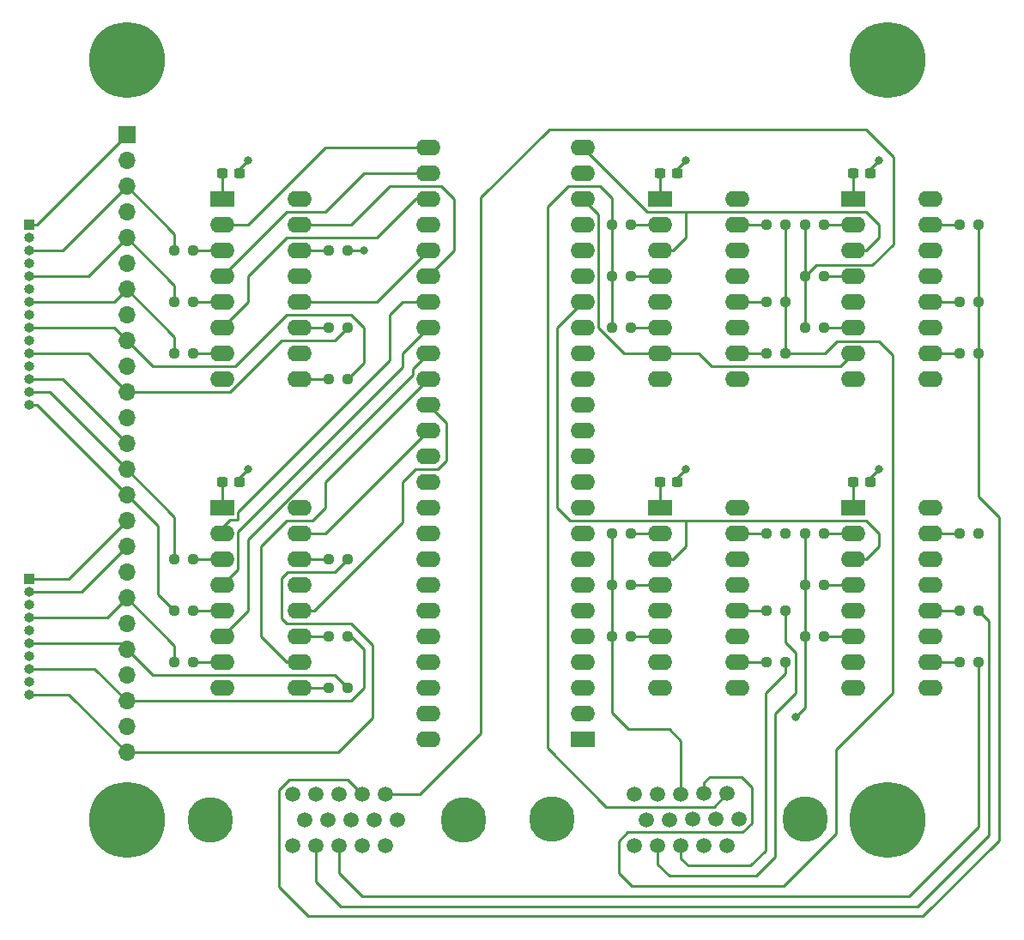
<source format=gtl>
%TF.GenerationSoftware,KiCad,Pcbnew,6.0.9+dfsg-1*%
%TF.CreationDate,2022-12-20T22:45:32+00:00*%
%TF.ProjectId,HP_54542C_Display_Adapter,48505f35-3435-4343-9243-5f446973706c,1*%
%TF.SameCoordinates,Original*%
%TF.FileFunction,Copper,L1,Top*%
%TF.FilePolarity,Positive*%
%FSLAX46Y46*%
G04 Gerber Fmt 4.6, Leading zero omitted, Abs format (unit mm)*
G04 Created by KiCad (PCBNEW 6.0.9+dfsg-1) date 2022-12-20 22:45:32*
%MOMM*%
%LPD*%
G01*
G04 APERTURE LIST*
G04 Aperture macros list*
%AMRoundRect*
0 Rectangle with rounded corners*
0 $1 Rounding radius*
0 $2 $3 $4 $5 $6 $7 $8 $9 X,Y pos of 4 corners*
0 Add a 4 corners polygon primitive as box body*
4,1,4,$2,$3,$4,$5,$6,$7,$8,$9,$2,$3,0*
0 Add four circle primitives for the rounded corners*
1,1,$1+$1,$2,$3*
1,1,$1+$1,$4,$5*
1,1,$1+$1,$6,$7*
1,1,$1+$1,$8,$9*
0 Add four rect primitives between the rounded corners*
20,1,$1+$1,$2,$3,$4,$5,0*
20,1,$1+$1,$4,$5,$6,$7,0*
20,1,$1+$1,$6,$7,$8,$9,0*
20,1,$1+$1,$8,$9,$2,$3,0*%
G04 Aperture macros list end*
%TA.AperFunction,ComponentPad*%
%ADD10C,4.500000*%
%TD*%
%TA.AperFunction,ComponentPad*%
%ADD11C,1.500000*%
%TD*%
%TA.AperFunction,SMDPad,CuDef*%
%ADD12RoundRect,0.237500X-0.250000X-0.237500X0.250000X-0.237500X0.250000X0.237500X-0.250000X0.237500X0*%
%TD*%
%TA.AperFunction,SMDPad,CuDef*%
%ADD13RoundRect,0.237500X0.250000X0.237500X-0.250000X0.237500X-0.250000X-0.237500X0.250000X-0.237500X0*%
%TD*%
%TA.AperFunction,SMDPad,CuDef*%
%ADD14RoundRect,0.237500X0.300000X0.237500X-0.300000X0.237500X-0.300000X-0.237500X0.300000X-0.237500X0*%
%TD*%
%TA.AperFunction,ComponentPad*%
%ADD15R,2.400000X1.600000*%
%TD*%
%TA.AperFunction,ComponentPad*%
%ADD16O,2.400000X1.600000*%
%TD*%
%TA.AperFunction,ComponentPad*%
%ADD17R,1.700000X1.700000*%
%TD*%
%TA.AperFunction,ComponentPad*%
%ADD18O,1.700000X1.700000*%
%TD*%
%TA.AperFunction,ComponentPad*%
%ADD19R,1.000000X1.000000*%
%TD*%
%TA.AperFunction,ComponentPad*%
%ADD20O,1.000000X1.000000*%
%TD*%
%TA.AperFunction,ComponentPad*%
%ADD21C,7.500000*%
%TD*%
%TA.AperFunction,ViaPad*%
%ADD22C,0.800000*%
%TD*%
%TA.AperFunction,Conductor*%
%ADD23C,0.250000*%
%TD*%
G04 APERTURE END LIST*
D10*
%TO.P,J5,*%
%TO.N,*%
X145695166Y-137481254D03*
X120705166Y-137454731D03*
D11*
%TO.P,J5,1*%
%TO.N,/vga_red_2*%
X138041500Y-134945337D03*
%TO.P,J5,2*%
%TO.N,/vga_green_2*%
X135751500Y-134945337D03*
%TO.P,J5,3*%
%TO.N,/vga_blue_2*%
X133461500Y-134960000D03*
%TO.P,J5,4*%
%TO.N,unconnected-(J5-Pad4)*%
X131171500Y-134960000D03*
%TO.P,J5,5*%
%TO.N,GND*%
X128881500Y-134960000D03*
%TO.P,J5,6*%
X139186500Y-137447244D03*
%TO.P,J5,7*%
X136896500Y-137462593D03*
%TO.P,J5,8*%
X134606500Y-137477943D03*
%TO.P,J5,9*%
%TO.N,unconnected-(J5-Pad9)*%
X132316500Y-137493292D03*
%TO.P,J5,10*%
%TO.N,GND*%
X130026500Y-137500000D03*
%TO.P,J5,11*%
%TO.N,unconnected-(J5-Pad11)*%
X138030166Y-140040000D03*
%TO.P,J5,12*%
%TO.N,unconnected-(J5-Pad12)*%
X135740166Y-140040000D03*
%TO.P,J5,13*%
%TO.N,/vga_hsync_2*%
X133450166Y-140040000D03*
%TO.P,J5,14*%
%TO.N,/vga_vsync_2*%
X131160166Y-140040000D03*
%TO.P,J5,15*%
%TO.N,unconnected-(J5-Pad15)*%
X128881500Y-140040000D03*
%TD*%
D10*
%TO.P,J4,*%
%TO.N,*%
X179395166Y-137431254D03*
X154405166Y-137404731D03*
D11*
%TO.P,J4,1*%
%TO.N,/vga_red_1*%
X171741500Y-134895337D03*
%TO.P,J4,2*%
%TO.N,/vga_green_1*%
X169451500Y-134895337D03*
%TO.P,J4,3*%
%TO.N,/vga_blue_1*%
X167161500Y-134910000D03*
%TO.P,J4,4*%
%TO.N,unconnected-(J4-Pad4)*%
X164871500Y-134910000D03*
%TO.P,J4,5*%
%TO.N,GND*%
X162581500Y-134910000D03*
%TO.P,J4,6*%
X172886500Y-137397244D03*
%TO.P,J4,7*%
X170596500Y-137412593D03*
%TO.P,J4,8*%
X168306500Y-137427943D03*
%TO.P,J4,9*%
%TO.N,unconnected-(J4-Pad9)*%
X166016500Y-137443292D03*
%TO.P,J4,10*%
%TO.N,GND*%
X163726500Y-137450000D03*
%TO.P,J4,11*%
%TO.N,unconnected-(J4-Pad11)*%
X171730166Y-139990000D03*
%TO.P,J4,12*%
%TO.N,unconnected-(J4-Pad12)*%
X169440166Y-139990000D03*
%TO.P,J4,13*%
%TO.N,/vga_hsync_1*%
X167150166Y-139990000D03*
%TO.P,J4,14*%
%TO.N,/vga_vsync_1*%
X164860166Y-139990000D03*
%TO.P,J4,15*%
%TO.N,unconnected-(J4-Pad15)*%
X162581500Y-139990000D03*
%TD*%
D12*
%TO.P,R36,1*%
%TO.N,Net-(R36-Pad1)*%
X194667500Y-109220000D03*
%TO.P,R36,2*%
%TO.N,unconnected-(R36-Pad2)*%
X196492500Y-109220000D03*
%TD*%
%TO.P,R35,1*%
%TO.N,Net-(R35-Pad1)*%
X194667500Y-116840000D03*
%TO.P,R35,2*%
%TO.N,/vga_vsync_2*%
X196492500Y-116840000D03*
%TD*%
%TO.P,R34,1*%
%TO.N,Net-(R34-Pad1)*%
X194667500Y-121920000D03*
%TO.P,R34,2*%
%TO.N,/vga_hsync_2*%
X196492500Y-121920000D03*
%TD*%
D13*
%TO.P,R33,1*%
%TO.N,Net-(R33-Pad1)*%
X181252500Y-119380000D03*
%TO.P,R33,2*%
%TO.N,/vga_blue_2*%
X179427500Y-119380000D03*
%TD*%
%TO.P,R32,1*%
%TO.N,Net-(R32-Pad1)*%
X181252500Y-114300000D03*
%TO.P,R32,2*%
%TO.N,/vga_blue_2*%
X179427500Y-114300000D03*
%TD*%
%TO.P,R31,1*%
%TO.N,Net-(R31-Pad1)*%
X181252500Y-109220000D03*
%TO.P,R31,2*%
%TO.N,/vga_blue_2*%
X179427500Y-109220000D03*
%TD*%
D12*
%TO.P,R30,1*%
%TO.N,Net-(R30-Pad1)*%
X175617500Y-109220000D03*
%TO.P,R30,2*%
%TO.N,unconnected-(R30-Pad2)*%
X177442500Y-109220000D03*
%TD*%
%TO.P,R29,1*%
%TO.N,Net-(R29-Pad1)*%
X175617500Y-116840000D03*
%TO.P,R29,2*%
%TO.N,/vga_vsync_1*%
X177442500Y-116840000D03*
%TD*%
%TO.P,R28,1*%
%TO.N,Net-(R28-Pad1)*%
X175617500Y-121920000D03*
%TO.P,R28,2*%
%TO.N,/vga_hsync_1*%
X177442500Y-121920000D03*
%TD*%
D13*
%TO.P,R27,1*%
%TO.N,Net-(R27-Pad1)*%
X162202500Y-119380000D03*
%TO.P,R27,2*%
%TO.N,/vga_blue_1*%
X160377500Y-119380000D03*
%TD*%
%TO.P,R26,1*%
%TO.N,Net-(R26-Pad1)*%
X162202500Y-114300000D03*
%TO.P,R26,2*%
%TO.N,/vga_blue_1*%
X160377500Y-114300000D03*
%TD*%
%TO.P,R25,1*%
%TO.N,Net-(R25-Pad1)*%
X162202500Y-109220000D03*
%TO.P,R25,2*%
%TO.N,/vga_blue_1*%
X160377500Y-109220000D03*
%TD*%
D12*
%TO.P,R24,1*%
%TO.N,Net-(R24-Pad1)*%
X194667500Y-78740000D03*
%TO.P,R24,2*%
%TO.N,/vga_green_2*%
X196492500Y-78740000D03*
%TD*%
%TO.P,R23,1*%
%TO.N,Net-(R23-Pad1)*%
X194667500Y-86360000D03*
%TO.P,R23,2*%
%TO.N,/vga_green_2*%
X196492500Y-86360000D03*
%TD*%
%TO.P,R22,1*%
%TO.N,Net-(R22-Pad1)*%
X194667500Y-91440000D03*
%TO.P,R22,2*%
%TO.N,/vga_green_2*%
X196492500Y-91440000D03*
%TD*%
D13*
%TO.P,R21,1*%
%TO.N,Net-(R21-Pad1)*%
X181252500Y-88900000D03*
%TO.P,R21,2*%
%TO.N,/vga_red_2*%
X179427500Y-88900000D03*
%TD*%
%TO.P,R20,1*%
%TO.N,Net-(R20-Pad1)*%
X181252500Y-83820000D03*
%TO.P,R20,2*%
%TO.N,/vga_red_2*%
X179427500Y-83820000D03*
%TD*%
%TO.P,R19,1*%
%TO.N,Net-(R19-Pad1)*%
X181252500Y-78740000D03*
%TO.P,R19,2*%
%TO.N,/vga_red_2*%
X179427500Y-78740000D03*
%TD*%
D12*
%TO.P,R18,1*%
%TO.N,Net-(R18-Pad1)*%
X175617500Y-78740000D03*
%TO.P,R18,2*%
%TO.N,/vga_green_1*%
X177442500Y-78740000D03*
%TD*%
%TO.P,R17,1*%
%TO.N,Net-(R17-Pad1)*%
X175617500Y-86360000D03*
%TO.P,R17,2*%
%TO.N,/vga_green_1*%
X177442500Y-86360000D03*
%TD*%
%TO.P,R16,1*%
%TO.N,Net-(R16-Pad1)*%
X175617500Y-91440000D03*
%TO.P,R16,2*%
%TO.N,/vga_green_1*%
X177442500Y-91440000D03*
%TD*%
D13*
%TO.P,R15,1*%
%TO.N,Net-(R15-Pad1)*%
X162202500Y-88900000D03*
%TO.P,R15,2*%
%TO.N,/vga_red_1*%
X160377500Y-88900000D03*
%TD*%
%TO.P,R14,1*%
%TO.N,Net-(R14-Pad1)*%
X162202500Y-83820000D03*
%TO.P,R14,2*%
%TO.N,/vga_red_1*%
X160377500Y-83820000D03*
%TD*%
%TO.P,R13,1*%
%TO.N,Net-(R13-Pad1)*%
X162202500Y-78740000D03*
%TO.P,R13,2*%
%TO.N,/vga_red_1*%
X160377500Y-78740000D03*
%TD*%
%TO.P,R12,1*%
%TO.N,/in_25*%
X134262500Y-111760000D03*
%TO.P,R12,2*%
%TO.N,Net-(R12-Pad2)*%
X132437500Y-111760000D03*
%TD*%
%TO.P,R11,1*%
%TO.N,/in_23*%
X134262500Y-119380000D03*
%TO.P,R11,2*%
%TO.N,Net-(R11-Pad2)*%
X132437500Y-119380000D03*
%TD*%
%TO.P,R10,1*%
%TO.N,/in_21*%
X134262500Y-124460000D03*
%TO.P,R10,2*%
%TO.N,Net-(R10-Pad2)*%
X132437500Y-124460000D03*
%TD*%
D12*
%TO.P,R9,1*%
%TO.N,/in_19*%
X117197500Y-121920000D03*
%TO.P,R9,2*%
%TO.N,Net-(R9-Pad2)*%
X119022500Y-121920000D03*
%TD*%
%TO.P,R8,1*%
%TO.N,/in_15*%
X117197500Y-116840000D03*
%TO.P,R8,2*%
%TO.N,Net-(R8-Pad2)*%
X119022500Y-116840000D03*
%TD*%
%TO.P,R7,1*%
%TO.N,/in_14*%
X117197500Y-111760000D03*
%TO.P,R7,2*%
%TO.N,Net-(R7-Pad2)*%
X119022500Y-111760000D03*
%TD*%
D13*
%TO.P,R6,1*%
%TO.N,/in_13*%
X134262500Y-81280000D03*
%TO.P,R6,2*%
%TO.N,Net-(R6-Pad2)*%
X132437500Y-81280000D03*
%TD*%
%TO.P,R5,1*%
%TO.N,/in_11*%
X134262500Y-88900000D03*
%TO.P,R5,2*%
%TO.N,Net-(R5-Pad2)*%
X132437500Y-88900000D03*
%TD*%
%TO.P,R4,1*%
%TO.N,/in_09*%
X134262500Y-93980000D03*
%TO.P,R4,2*%
%TO.N,Net-(R4-Pad2)*%
X132437500Y-93980000D03*
%TD*%
D12*
%TO.P,R3,1*%
%TO.N,/in_07*%
X117197500Y-91440000D03*
%TO.P,R3,2*%
%TO.N,Net-(R3-Pad2)*%
X119022500Y-91440000D03*
%TD*%
%TO.P,R2,1*%
%TO.N,/in_05*%
X117197500Y-86360000D03*
%TO.P,R2,2*%
%TO.N,Net-(R2-Pad2)*%
X119022500Y-86360000D03*
%TD*%
%TO.P,R1,1*%
%TO.N,/in_03*%
X117197500Y-81280000D03*
%TO.P,R1,2*%
%TO.N,Net-(R1-Pad2)*%
X119022500Y-81280000D03*
%TD*%
D14*
%TO.P,C7,1*%
%TO.N,GND*%
X185875000Y-104140000D03*
%TO.P,C7,2*%
%TO.N,+5V*%
X184150000Y-104140000D03*
%TD*%
%TO.P,C6,1*%
%TO.N,GND*%
X166825000Y-104140000D03*
%TO.P,C6,2*%
%TO.N,+5V*%
X165100000Y-104140000D03*
%TD*%
%TO.P,C5,1*%
%TO.N,GND*%
X185875000Y-73660000D03*
%TO.P,C5,2*%
%TO.N,+5V*%
X184150000Y-73660000D03*
%TD*%
%TO.P,C4,1*%
%TO.N,GND*%
X166825000Y-73660000D03*
%TO.P,C4,2*%
%TO.N,+5V*%
X165100000Y-73660000D03*
%TD*%
%TO.P,C3,1*%
%TO.N,GND*%
X123645000Y-104140000D03*
%TO.P,C3,2*%
%TO.N,+5V*%
X121920000Y-104140000D03*
%TD*%
%TO.P,C2,1*%
%TO.N,GND*%
X123645000Y-73660000D03*
%TO.P,C2,2*%
%TO.N,+5V*%
X121920000Y-73660000D03*
%TD*%
D15*
%TO.P,U7,1,VDD*%
%TO.N,+5V*%
X184135000Y-106680000D03*
D16*
%TO.P,U7,2,1Y*%
%TO.N,Net-(R31-Pad1)*%
X184135000Y-109220000D03*
%TO.P,U7,3,1A*%
%TO.N,/f_out_b0*%
X184135000Y-111760000D03*
%TO.P,U7,4,2Y*%
%TO.N,Net-(R32-Pad1)*%
X184135000Y-114300000D03*
%TO.P,U7,5,2A*%
%TO.N,/f_out_b1*%
X184135000Y-116840000D03*
%TO.P,U7,6,3Y*%
%TO.N,Net-(R33-Pad1)*%
X184135000Y-119380000D03*
%TO.P,U7,7,3A*%
%TO.N,/f_out_b2*%
X184135000Y-121920000D03*
%TO.P,U7,8,VSS*%
%TO.N,GND*%
X184135000Y-124460000D03*
%TO.P,U7,9,4A*%
%TO.N,/f_out_hsync*%
X191755000Y-124460000D03*
%TO.P,U7,10,4Y*%
%TO.N,Net-(R34-Pad1)*%
X191755000Y-121920000D03*
%TO.P,U7,11,5A*%
%TO.N,/f_out_vsync*%
X191755000Y-119380000D03*
%TO.P,U7,12,5Y*%
%TO.N,Net-(R35-Pad1)*%
X191755000Y-116840000D03*
%TO.P,U7,13,NC*%
%TO.N,unconnected-(U7-Pad13)*%
X191755000Y-114300000D03*
%TO.P,U7,14,6A*%
%TO.N,GND*%
X191755000Y-111760000D03*
%TO.P,U7,15,6Y*%
%TO.N,Net-(R36-Pad1)*%
X191755000Y-109220000D03*
%TO.P,U7,16,NC*%
%TO.N,unconnected-(U7-Pad16)*%
X191755000Y-106680000D03*
%TD*%
D15*
%TO.P,U6,1,VDD*%
%TO.N,+5V*%
X165085000Y-106680000D03*
D16*
%TO.P,U6,2,1Y*%
%TO.N,Net-(R25-Pad1)*%
X165085000Y-109220000D03*
%TO.P,U6,3,1A*%
%TO.N,/f_out_b0*%
X165085000Y-111760000D03*
%TO.P,U6,4,2Y*%
%TO.N,Net-(R26-Pad1)*%
X165085000Y-114300000D03*
%TO.P,U6,5,2A*%
%TO.N,/f_out_b1*%
X165085000Y-116840000D03*
%TO.P,U6,6,3Y*%
%TO.N,Net-(R27-Pad1)*%
X165085000Y-119380000D03*
%TO.P,U6,7,3A*%
%TO.N,/f_out_b2*%
X165085000Y-121920000D03*
%TO.P,U6,8,VSS*%
%TO.N,GND*%
X165085000Y-124460000D03*
%TO.P,U6,9,4A*%
%TO.N,/f_out_hsync*%
X172705000Y-124460000D03*
%TO.P,U6,10,4Y*%
%TO.N,Net-(R28-Pad1)*%
X172705000Y-121920000D03*
%TO.P,U6,11,5A*%
%TO.N,/f_out_vsync*%
X172705000Y-119380000D03*
%TO.P,U6,12,5Y*%
%TO.N,Net-(R29-Pad1)*%
X172705000Y-116840000D03*
%TO.P,U6,13,NC*%
%TO.N,unconnected-(U6-Pad13)*%
X172705000Y-114300000D03*
%TO.P,U6,14,6A*%
%TO.N,GND*%
X172705000Y-111760000D03*
%TO.P,U6,15,6Y*%
%TO.N,Net-(R30-Pad1)*%
X172705000Y-109220000D03*
%TO.P,U6,16,NC*%
%TO.N,unconnected-(U6-Pad16)*%
X172705000Y-106680000D03*
%TD*%
D15*
%TO.P,U5,1,VDD*%
%TO.N,+5V*%
X184120000Y-76215000D03*
D16*
%TO.P,U5,2,1Y*%
%TO.N,Net-(R19-Pad1)*%
X184120000Y-78755000D03*
%TO.P,U5,3,1A*%
%TO.N,/f_out_r0*%
X184120000Y-81295000D03*
%TO.P,U5,4,2Y*%
%TO.N,Net-(R20-Pad1)*%
X184120000Y-83835000D03*
%TO.P,U5,5,2A*%
%TO.N,/f_out_r1*%
X184120000Y-86375000D03*
%TO.P,U5,6,3Y*%
%TO.N,Net-(R21-Pad1)*%
X184120000Y-88915000D03*
%TO.P,U5,7,3A*%
%TO.N,/f_out_r2*%
X184120000Y-91455000D03*
%TO.P,U5,8,VSS*%
%TO.N,GND*%
X184120000Y-93995000D03*
%TO.P,U5,9,4A*%
%TO.N,/f_out_g0*%
X191740000Y-93995000D03*
%TO.P,U5,10,4Y*%
%TO.N,Net-(R22-Pad1)*%
X191740000Y-91455000D03*
%TO.P,U5,11,5A*%
%TO.N,/f_out_g1*%
X191740000Y-88915000D03*
%TO.P,U5,12,5Y*%
%TO.N,Net-(R23-Pad1)*%
X191740000Y-86375000D03*
%TO.P,U5,13,NC*%
%TO.N,unconnected-(U5-Pad13)*%
X191740000Y-83835000D03*
%TO.P,U5,14,6A*%
%TO.N,/f_out_g2*%
X191740000Y-81295000D03*
%TO.P,U5,15,6Y*%
%TO.N,Net-(R24-Pad1)*%
X191740000Y-78755000D03*
%TO.P,U5,16,NC*%
%TO.N,unconnected-(U5-Pad16)*%
X191740000Y-76215000D03*
%TD*%
D15*
%TO.P,U4,1,VDD*%
%TO.N,+5V*%
X165085000Y-76215000D03*
D16*
%TO.P,U4,2,1Y*%
%TO.N,Net-(R13-Pad1)*%
X165085000Y-78755000D03*
%TO.P,U4,3,1A*%
%TO.N,/f_out_r0*%
X165085000Y-81295000D03*
%TO.P,U4,4,2Y*%
%TO.N,Net-(R14-Pad1)*%
X165085000Y-83835000D03*
%TO.P,U4,5,2A*%
%TO.N,/f_out_r1*%
X165085000Y-86375000D03*
%TO.P,U4,6,3Y*%
%TO.N,Net-(R15-Pad1)*%
X165085000Y-88915000D03*
%TO.P,U4,7,3A*%
%TO.N,/f_out_r2*%
X165085000Y-91455000D03*
%TO.P,U4,8,VSS*%
%TO.N,GND*%
X165085000Y-93995000D03*
%TO.P,U4,9,4A*%
%TO.N,/f_out_g0*%
X172705000Y-93995000D03*
%TO.P,U4,10,4Y*%
%TO.N,Net-(R16-Pad1)*%
X172705000Y-91455000D03*
%TO.P,U4,11,5A*%
%TO.N,/f_out_g1*%
X172705000Y-88915000D03*
%TO.P,U4,12,5Y*%
%TO.N,Net-(R17-Pad1)*%
X172705000Y-86375000D03*
%TO.P,U4,13,NC*%
%TO.N,unconnected-(U4-Pad13)*%
X172705000Y-83835000D03*
%TO.P,U4,14,6A*%
%TO.N,/f_out_g2*%
X172705000Y-81295000D03*
%TO.P,U4,15,6Y*%
%TO.N,Net-(R18-Pad1)*%
X172705000Y-78755000D03*
%TO.P,U4,16,NC*%
%TO.N,unconnected-(U4-Pad16)*%
X172705000Y-76215000D03*
%TD*%
D15*
%TO.P,U3,1,VDD*%
%TO.N,+5V*%
X121905000Y-106695000D03*
D16*
%TO.P,U3,2,1Y*%
%TO.N,/f_in_07*%
X121905000Y-109235000D03*
%TO.P,U3,3,1A*%
%TO.N,Net-(R7-Pad2)*%
X121905000Y-111775000D03*
%TO.P,U3,4,2Y*%
%TO.N,/f_in_08*%
X121905000Y-114315000D03*
%TO.P,U3,5,2A*%
%TO.N,Net-(R8-Pad2)*%
X121905000Y-116855000D03*
%TO.P,U3,6,3Y*%
%TO.N,/f_in_09*%
X121905000Y-119395000D03*
%TO.P,U3,7,3A*%
%TO.N,Net-(R9-Pad2)*%
X121905000Y-121935000D03*
%TO.P,U3,8,VSS*%
%TO.N,GND*%
X121905000Y-124475000D03*
%TO.P,U3,9,4A*%
%TO.N,Net-(R10-Pad2)*%
X129525000Y-124475000D03*
%TO.P,U3,10,4Y*%
%TO.N,/f_in_10*%
X129525000Y-121935000D03*
%TO.P,U3,11,5A*%
%TO.N,Net-(R11-Pad2)*%
X129525000Y-119395000D03*
%TO.P,U3,12,5Y*%
%TO.N,/f_in_11*%
X129525000Y-116855000D03*
%TO.P,U3,13,NC*%
%TO.N,unconnected-(U3-Pad13)*%
X129525000Y-114315000D03*
%TO.P,U3,14,6A*%
%TO.N,Net-(R12-Pad2)*%
X129525000Y-111775000D03*
%TO.P,U3,15,6Y*%
%TO.N,/f_in_12*%
X129525000Y-109235000D03*
%TO.P,U3,16,NC*%
%TO.N,unconnected-(U3-Pad16)*%
X129525000Y-106695000D03*
%TD*%
D15*
%TO.P,U2,1,VDD*%
%TO.N,+5V*%
X121920000Y-76200000D03*
D16*
%TO.P,U2,2,1Y*%
%TO.N,/f_in_01*%
X121920000Y-78740000D03*
%TO.P,U2,3,1A*%
%TO.N,Net-(R1-Pad2)*%
X121920000Y-81280000D03*
%TO.P,U2,4,2Y*%
%TO.N,/f_in_02*%
X121920000Y-83820000D03*
%TO.P,U2,5,2A*%
%TO.N,Net-(R2-Pad2)*%
X121920000Y-86360000D03*
%TO.P,U2,6,3Y*%
%TO.N,/f_in_03*%
X121920000Y-88900000D03*
%TO.P,U2,7,3A*%
%TO.N,Net-(R3-Pad2)*%
X121920000Y-91440000D03*
%TO.P,U2,8,VSS*%
%TO.N,GND*%
X121920000Y-93980000D03*
%TO.P,U2,9,4A*%
%TO.N,Net-(R4-Pad2)*%
X129540000Y-93980000D03*
%TO.P,U2,10,4Y*%
%TO.N,/f_in_04*%
X129540000Y-91440000D03*
%TO.P,U2,11,5A*%
%TO.N,Net-(R5-Pad2)*%
X129540000Y-88900000D03*
%TO.P,U2,12,5Y*%
%TO.N,/f_in_05*%
X129540000Y-86360000D03*
%TO.P,U2,13,NC*%
%TO.N,unconnected-(U2-Pad13)*%
X129540000Y-83820000D03*
%TO.P,U2,14,6A*%
%TO.N,Net-(R6-Pad2)*%
X129540000Y-81280000D03*
%TO.P,U2,15,6Y*%
%TO.N,/f_in_06*%
X129540000Y-78740000D03*
%TO.P,U2,16,NC*%
%TO.N,unconnected-(U2-Pad16)*%
X129540000Y-76200000D03*
%TD*%
D17*
%TO.P,J3,1,Pin_1*%
%TO.N,/in_01*%
X112500000Y-69850000D03*
D18*
%TO.P,J3,2,Pin_2*%
%TO.N,GND*%
X112500000Y-72390000D03*
%TO.P,J3,3,Pin_3*%
%TO.N,/in_03*%
X112500000Y-74930000D03*
%TO.P,J3,4,Pin_4*%
%TO.N,GND*%
X112500000Y-77470000D03*
%TO.P,J3,5,Pin_5*%
%TO.N,/in_05*%
X112500000Y-80010000D03*
%TO.P,J3,6,Pin_6*%
%TO.N,GND*%
X112500000Y-82550000D03*
%TO.P,J3,7,Pin_7*%
%TO.N,/in_07*%
X112500000Y-85090000D03*
%TO.P,J3,8,Pin_8*%
%TO.N,GND*%
X112500000Y-87630000D03*
%TO.P,J3,9,Pin_9*%
%TO.N,/in_09*%
X112500000Y-90170000D03*
%TO.P,J3,10,Pin_10*%
%TO.N,GND*%
X112500000Y-92710000D03*
%TO.P,J3,11,Pin_11*%
%TO.N,/in_11*%
X112500000Y-95250000D03*
%TO.P,J3,12,Pin_12*%
%TO.N,GND*%
X112500000Y-97790000D03*
%TO.P,J3,13,Pin_13*%
%TO.N,/in_13*%
X112500000Y-100330000D03*
%TO.P,J3,14,Pin_14*%
%TO.N,/in_14*%
X112500000Y-102870000D03*
%TO.P,J3,15,Pin_15*%
%TO.N,/in_15*%
X112500000Y-105410000D03*
%TO.P,J3,16,Pin_16*%
%TO.N,+5V*%
X112500000Y-107950000D03*
%TO.P,J3,17,Pin_17*%
X112500000Y-110490000D03*
%TO.P,J3,18,Pin_18*%
%TO.N,GND*%
X112500000Y-113030000D03*
%TO.P,J3,19,Pin_19*%
%TO.N,/in_19*%
X112500000Y-115570000D03*
%TO.P,J3,20,Pin_20*%
%TO.N,GND*%
X112500000Y-118110000D03*
%TO.P,J3,21,Pin_21*%
%TO.N,/in_21*%
X112500000Y-120650000D03*
%TO.P,J3,22,Pin_22*%
%TO.N,GND*%
X112500000Y-123190000D03*
%TO.P,J3,23,Pin_23*%
%TO.N,/in_23*%
X112500000Y-125730000D03*
%TO.P,J3,24,Pin_24*%
%TO.N,GND*%
X112500000Y-128270000D03*
%TO.P,J3,25,Pin_25*%
%TO.N,/in_25*%
X112500000Y-130810000D03*
%TD*%
D19*
%TO.P,J2,1,Pin_1*%
%TO.N,+5V*%
X102895000Y-113680000D03*
D20*
%TO.P,J2,2,Pin_2*%
X102895000Y-114950000D03*
%TO.P,J2,3,Pin_3*%
%TO.N,GND*%
X102895000Y-116220000D03*
%TO.P,J2,4,Pin_4*%
%TO.N,/in_19*%
X102895000Y-117490000D03*
%TO.P,J2,5,Pin_5*%
%TO.N,GND*%
X102895000Y-118760000D03*
%TO.P,J2,6,Pin_6*%
%TO.N,/in_21*%
X102895000Y-120030000D03*
%TO.P,J2,7,Pin_7*%
%TO.N,GND*%
X102895000Y-121300000D03*
%TO.P,J2,8,Pin_8*%
%TO.N,/in_23*%
X102895000Y-122570000D03*
%TO.P,J2,9,Pin_9*%
%TO.N,GND*%
X102895000Y-123840000D03*
%TO.P,J2,10,Pin_10*%
%TO.N,/in_25*%
X102895000Y-125110000D03*
%TD*%
D21*
%TO.P,H3,1*%
%TO.N,N/C*%
X187500000Y-137500000D03*
%TD*%
%TO.P,H2,1*%
%TO.N,N/C*%
X187500000Y-62500000D03*
%TD*%
D19*
%TO.P,J1,1,Pin_1*%
%TO.N,/in_01*%
X102895000Y-78755000D03*
D20*
%TO.P,J1,2,Pin_2*%
%TO.N,GND*%
X102895000Y-80025000D03*
%TO.P,J1,3,Pin_3*%
%TO.N,/in_03*%
X102895000Y-81295000D03*
%TO.P,J1,4,Pin_4*%
%TO.N,GND*%
X102895000Y-82565000D03*
%TO.P,J1,5,Pin_5*%
%TO.N,/in_05*%
X102895000Y-83835000D03*
%TO.P,J1,6,Pin_6*%
%TO.N,GND*%
X102895000Y-85105000D03*
%TO.P,J1,7,Pin_7*%
%TO.N,/in_07*%
X102895000Y-86375000D03*
%TO.P,J1,8,Pin_8*%
%TO.N,GND*%
X102895000Y-87645000D03*
%TO.P,J1,9,Pin_9*%
%TO.N,/in_09*%
X102895000Y-88915000D03*
%TO.P,J1,10,Pin_10*%
%TO.N,GND*%
X102895000Y-90185000D03*
%TO.P,J1,11,Pin_11*%
%TO.N,/in_11*%
X102895000Y-91455000D03*
%TO.P,J1,12,Pin_12*%
%TO.N,GND*%
X102895000Y-92725000D03*
%TO.P,J1,13,Pin_13*%
%TO.N,/in_13*%
X102895000Y-93995000D03*
%TO.P,J1,14,Pin_14*%
%TO.N,/in_14*%
X102895000Y-95265000D03*
%TO.P,J1,15,Pin_15*%
%TO.N,/in_15*%
X102895000Y-96535000D03*
%TD*%
D15*
%TO.P,U1,1,GND*%
%TO.N,GND*%
X157480000Y-129540000D03*
D16*
%TO.P,U1,2,VIO*%
%TO.N,unconnected-(U1-Pad2)*%
X157480000Y-127000000D03*
%TO.P,U1,3,RST*%
%TO.N,unconnected-(U1-Pad3)*%
X157480000Y-124460000D03*
%TO.P,U1,4,DONE*%
%TO.N,unconnected-(U1-Pad4)*%
X157480000Y-121920000D03*
%TO.P,U1,5,R*%
%TO.N,unconnected-(U1-Pad5)*%
X157480000Y-119380000D03*
%TO.P,U1,6,G*%
%TO.N,unconnected-(U1-Pad6)*%
X157480000Y-116840000D03*
%TO.P,U1,7,B*%
%TO.N,unconnected-(U1-Pad7)*%
X157480000Y-114300000D03*
%TO.P,U1,8,5V*%
%TO.N,+5V*%
X157480000Y-111760000D03*
%TO.P,U1,9,3V3*%
%TO.N,unconnected-(U1-Pad9)*%
X157480000Y-109220000D03*
%TO.P,U1,10,GND*%
%TO.N,GND*%
X157480000Y-106680000D03*
%TO.P,U1,11,23*%
%TO.N,unconnected-(U1-Pad11)*%
X157480000Y-104140000D03*
%TO.P,U1,12,25*%
%TO.N,unconnected-(U1-Pad12)*%
X157480000Y-101600000D03*
%TO.P,U1,13,26*%
%TO.N,unconnected-(U1-Pad13)*%
X157480000Y-99060000D03*
%TO.P,U1,14,27*%
%TO.N,/f_out_vsync*%
X157480000Y-96520000D03*
%TO.P,U1,15,32*%
%TO.N,/f_out_hsync*%
X157480000Y-93980000D03*
%TO.P,U1,16,35*%
%TO.N,/f_out_b2*%
X157480000Y-91440000D03*
%TO.P,U1,17,31*%
%TO.N,/f_out_b1*%
X157480000Y-88900000D03*
%TO.P,U1,18,37*%
%TO.N,/f_out_b0*%
X157480000Y-86360000D03*
%TO.P,U1,19,34*%
%TO.N,/f_out_g2*%
X157480000Y-83820000D03*
%TO.P,U1,20,43*%
%TO.N,/f_out_g1*%
X157480000Y-81280000D03*
%TO.P,U1,21,36*%
%TO.N,/f_out_g0*%
X157480000Y-78740000D03*
%TO.P,U1,22,42*%
%TO.N,/f_out_r2*%
X157480000Y-76200000D03*
%TO.P,U1,23,38*%
%TO.N,/f_out_r1*%
X157480000Y-73660000D03*
%TO.P,U1,24,28*%
%TO.N,/f_out_r0*%
X157480000Y-71120000D03*
%TO.P,U1,25,2*%
%TO.N,/f_in_01*%
X142240000Y-71120000D03*
%TO.P,U1,26,46*%
%TO.N,/f_in_02*%
X142240000Y-73660000D03*
%TO.P,U1,27,47*%
%TO.N,/f_in_03*%
X142240000Y-76200000D03*
%TO.P,U1,28,45*%
%TO.N,/f_in_04*%
X142240000Y-78740000D03*
%TO.P,U1,29,48*%
%TO.N,/f_in_05*%
X142240000Y-81280000D03*
%TO.P,U1,30,3*%
%TO.N,/f_in_06*%
X142240000Y-83820000D03*
%TO.P,U1,31,4*%
%TO.N,/f_in_07*%
X142240000Y-86360000D03*
%TO.P,U1,32,44*%
%TO.N,/f_in_08*%
X142240000Y-88900000D03*
%TO.P,U1,33,6*%
%TO.N,/f_in_09*%
X142240000Y-91440000D03*
%TO.P,U1,34,9*%
%TO.N,/f_in_10*%
X142240000Y-93980000D03*
%TO.P,U1,35,11*%
%TO.N,/f_in_11*%
X142240000Y-96520000D03*
%TO.P,U1,36,18*%
%TO.N,/f_in_12*%
X142240000Y-99060000D03*
%TO.P,U1,37,19*%
%TO.N,unconnected-(U1-Pad37)*%
X142240000Y-101600000D03*
%TO.P,U1,38,13*%
%TO.N,unconnected-(U1-Pad38)*%
X142240000Y-104140000D03*
%TO.P,U1,39,21*%
%TO.N,unconnected-(U1-Pad39)*%
X142240000Y-106680000D03*
%TO.P,U1,40*%
%TO.N,unconnected-(U1-Pad40)*%
X142240000Y-109220000D03*
%TO.P,U1,41*%
%TO.N,unconnected-(U1-Pad41)*%
X142240000Y-111760000D03*
%TO.P,U1,42,12M*%
%TO.N,unconnected-(U1-Pad42)*%
X142240000Y-114300000D03*
%TO.P,U1,43,10*%
%TO.N,unconnected-(U1-Pad43)*%
X142240000Y-116840000D03*
%TO.P,U1,44,20*%
%TO.N,unconnected-(U1-Pad44)*%
X142240000Y-119380000D03*
%TO.P,U1,45,SO*%
%TO.N,unconnected-(U1-Pad45)*%
X142240000Y-121920000D03*
%TO.P,U1,46,SI*%
%TO.N,unconnected-(U1-Pad46)*%
X142240000Y-124460000D03*
%TO.P,U1,47,SCK*%
%TO.N,unconnected-(U1-Pad47)*%
X142240000Y-127000000D03*
%TO.P,U1,48,SS*%
%TO.N,unconnected-(U1-Pad48)*%
X142240000Y-129540000D03*
%TD*%
D21*
%TO.P,H1,1*%
%TO.N,N/C*%
X112500000Y-62500000D03*
%TD*%
%TO.P,H4,1*%
%TO.N,N/C*%
X112500000Y-137500000D03*
%TD*%
D22*
%TO.N,/vga_blue_2*%
X178500000Y-127300000D03*
%TO.N,/in_13*%
X135890000Y-81280000D03*
%TO.N,GND*%
X186690000Y-102870000D03*
X167640000Y-102870000D03*
X186690000Y-72390000D03*
X167640000Y-72390000D03*
X124460000Y-102870000D03*
X124460000Y-72390000D03*
%TD*%
D23*
%TO.N,/vga_vsync_1*%
X177442500Y-116840000D02*
X177442500Y-119942500D01*
X177442500Y-119942500D02*
X178500000Y-121000000D01*
X174550000Y-143000000D02*
X166000000Y-143000000D01*
X166000000Y-143000000D02*
X164860166Y-141860166D01*
X178500000Y-121000000D02*
X178500000Y-124950000D01*
X176450000Y-141100000D02*
X174550000Y-143000000D01*
X178500000Y-124950000D02*
X176450000Y-127000000D01*
X176450000Y-127000000D02*
X176450000Y-141100000D01*
X164860166Y-141860166D02*
X164860166Y-139990000D01*
%TO.N,/vga_green_1*%
X161900000Y-138700000D02*
X173250000Y-138700000D01*
X161000000Y-139600000D02*
X161900000Y-138700000D01*
X182450000Y-138800000D02*
X177250000Y-144000000D01*
X177250000Y-144000000D02*
X162300000Y-144000000D01*
X182450000Y-130550000D02*
X182450000Y-138800000D01*
X161000000Y-142700000D02*
X161000000Y-139600000D01*
X186700000Y-90250000D02*
X188050000Y-91600000D01*
X188050000Y-124950000D02*
X182450000Y-130550000D01*
X188050000Y-91600000D02*
X188050000Y-124950000D01*
X169451500Y-133798500D02*
X169451500Y-134895337D01*
X182550000Y-90250000D02*
X186700000Y-90250000D01*
X181360000Y-91440000D02*
X182550000Y-90250000D01*
X162300000Y-144000000D02*
X161000000Y-142700000D01*
X174150000Y-134250000D02*
X173150000Y-133250000D01*
X177442500Y-91440000D02*
X181360000Y-91440000D01*
X173250000Y-138700000D02*
X174150000Y-137800000D01*
X174150000Y-137800000D02*
X174150000Y-134250000D01*
X173150000Y-133250000D02*
X170000000Y-133250000D01*
X170000000Y-133250000D02*
X169451500Y-133798500D01*
%TO.N,/vga_red_1*%
X171741500Y-134895337D02*
X170436837Y-136200000D01*
X160377500Y-76127500D02*
X160377500Y-78740000D01*
X170436837Y-136200000D02*
X159800000Y-136200000D01*
X159800000Y-136200000D02*
X154000000Y-130400000D01*
X154000000Y-130400000D02*
X154000000Y-76950000D01*
X154000000Y-76950000D02*
X156050000Y-74900000D01*
X156050000Y-74900000D02*
X159150000Y-74900000D01*
X159150000Y-74900000D02*
X160377500Y-76127500D01*
%TO.N,/f_in_11*%
X129525000Y-116855000D02*
X130975000Y-116855000D01*
X130975000Y-116855000D02*
X139700000Y-108130000D01*
X139700000Y-108130000D02*
X139700000Y-104140000D01*
X139700000Y-104140000D02*
X140970000Y-102870000D01*
X140970000Y-102870000D02*
X143130000Y-102870000D01*
X144000000Y-102000000D02*
X144000000Y-98280000D01*
X143130000Y-102870000D02*
X144000000Y-102000000D01*
X144000000Y-98280000D02*
X142240000Y-96520000D01*
%TO.N,/in_25*%
X112500000Y-130810000D02*
X133350000Y-130810000D01*
X127750000Y-113625000D02*
X128345000Y-113030000D01*
X128345000Y-113030000D02*
X132992500Y-113030000D01*
X132992500Y-113030000D02*
X134262500Y-111760000D01*
X133350000Y-130810000D02*
X136750000Y-127410000D01*
X136750000Y-127410000D02*
X136750000Y-120240000D01*
X136750000Y-120240000D02*
X134620000Y-118110000D01*
X134620000Y-118110000D02*
X128252253Y-118110000D01*
X128252253Y-118110000D02*
X127750000Y-117607747D01*
X127750000Y-117607747D02*
X127750000Y-113625000D01*
%TO.N,/vga_blue_1*%
X162000000Y-128500000D02*
X166000000Y-128500000D01*
X160377500Y-119380000D02*
X160377500Y-126877500D01*
X160377500Y-126877500D02*
X162000000Y-128500000D01*
X166000000Y-128500000D02*
X167161500Y-129661500D01*
X167161500Y-129661500D02*
X167161500Y-134910000D01*
%TO.N,/f_in_09*%
X121905000Y-119395000D02*
X124460000Y-116840000D01*
X124460000Y-116840000D02*
X124460000Y-109769010D01*
X124460000Y-109769010D02*
X140715000Y-93514010D01*
X140715000Y-93514010D02*
X140715000Y-92965000D01*
X140715000Y-92965000D02*
X142240000Y-91440000D01*
%TO.N,/f_in_08*%
X121905000Y-114315000D02*
X123430000Y-112790000D01*
X123430000Y-112790000D02*
X123430000Y-109025000D01*
X123430000Y-109025000D02*
X139700000Y-92755000D01*
X139700000Y-91440000D02*
X142240000Y-88900000D01*
X139700000Y-92755000D02*
X139700000Y-91440000D01*
%TO.N,/f_in_07*%
X121905000Y-109235000D02*
X121905000Y-108595000D01*
X121905000Y-108595000D02*
X122680000Y-107820000D01*
X138430000Y-87630000D02*
X139700000Y-86360000D01*
X122680000Y-107820000D02*
X123430000Y-107820000D01*
X123430000Y-107070000D02*
X138430000Y-92070000D01*
X123430000Y-107820000D02*
X123430000Y-107070000D01*
X138430000Y-92070000D02*
X138430000Y-87630000D01*
X139700000Y-86360000D02*
X142240000Y-86360000D01*
%TO.N,/f_in_10*%
X142240000Y-93980000D02*
X132080000Y-104140000D01*
X128270000Y-107950000D02*
X125730000Y-110490000D01*
X132080000Y-104140000D02*
X132080000Y-106680000D01*
X132080000Y-106680000D02*
X130810000Y-107950000D01*
X125730000Y-119380000D02*
X128285000Y-121935000D01*
X130810000Y-107950000D02*
X128270000Y-107950000D01*
X128285000Y-121935000D02*
X129525000Y-121935000D01*
X125730000Y-110490000D02*
X125730000Y-119380000D01*
%TO.N,/vga_hsync_2*%
X196492500Y-121920000D02*
X196492500Y-138157500D01*
X196492500Y-138157500D02*
X189650000Y-145000000D01*
X189650000Y-145000000D02*
X135700000Y-145000000D01*
X135700000Y-145000000D02*
X133450166Y-142750166D01*
X133450166Y-142750166D02*
X133450166Y-140040000D01*
%TO.N,/vga_hsync_1*%
X177442500Y-121920000D02*
X177442500Y-123007500D01*
X175500000Y-140525000D02*
X174025000Y-142000000D01*
X177442500Y-123007500D02*
X175500000Y-124950000D01*
X175500000Y-124950000D02*
X175500000Y-140525000D01*
X174025000Y-142000000D02*
X167900000Y-142000000D01*
X167900000Y-142000000D02*
X167150166Y-141250166D01*
X167150166Y-141250166D02*
X167150166Y-139990000D01*
%TO.N,/vga_green_2*%
X196492500Y-91440000D02*
X196492500Y-105592500D01*
X196492500Y-105592500D02*
X198500000Y-107600000D01*
X134306163Y-133500000D02*
X135751500Y-134945337D01*
X198500000Y-107600000D02*
X198500000Y-139500000D01*
X127500000Y-144100000D02*
X127500000Y-134500000D01*
X198500000Y-139500000D02*
X191000000Y-147000000D01*
X191000000Y-147000000D02*
X130400000Y-147000000D01*
X127500000Y-134500000D02*
X128500000Y-133500000D01*
X130400000Y-147000000D02*
X127500000Y-144100000D01*
X128500000Y-133500000D02*
X134306163Y-133500000D01*
%TO.N,/vga_vsync_2*%
X196492500Y-116840000D02*
X196492500Y-116842500D01*
X196492500Y-116842500D02*
X197500000Y-117850000D01*
X197500000Y-117850000D02*
X197500000Y-139000000D01*
X197500000Y-139000000D02*
X190500000Y-146000000D01*
X190500000Y-146000000D02*
X133600000Y-146000000D01*
X133600000Y-146000000D02*
X131160166Y-143560166D01*
X131160166Y-143560166D02*
X131160166Y-140040000D01*
%TO.N,/vga_blue_2*%
X179427500Y-119380000D02*
X179427500Y-126372500D01*
X179427500Y-126372500D02*
X178500000Y-127300000D01*
%TO.N,/vga_red_2*%
X179427500Y-83820000D02*
X180547500Y-82700000D01*
X188100000Y-80650000D02*
X188100000Y-72000000D01*
X180547500Y-82700000D02*
X186050000Y-82700000D01*
X186050000Y-82700000D02*
X188100000Y-80650000D01*
X147400000Y-76050000D02*
X147400000Y-128950000D01*
X147400000Y-128950000D02*
X141404663Y-134945337D01*
X141404663Y-134945337D02*
X138041500Y-134945337D01*
X188100000Y-72000000D02*
X185400000Y-69300000D01*
X185400000Y-69300000D02*
X154150000Y-69300000D01*
X154150000Y-69300000D02*
X147400000Y-76050000D01*
%TO.N,/f_out_b0*%
X167640000Y-107950000D02*
X167640000Y-110490000D01*
X167640000Y-110490000D02*
X166370000Y-111760000D01*
X166370000Y-111760000D02*
X165085000Y-111760000D01*
%TO.N,/f_out_r0*%
X167640000Y-77470000D02*
X167640000Y-80010000D01*
X167640000Y-80010000D02*
X166355000Y-81295000D01*
X166355000Y-81295000D02*
X165085000Y-81295000D01*
%TO.N,/in_13*%
X135890000Y-81280000D02*
X134262500Y-81280000D01*
%TO.N,/f_out_b0*%
X186690000Y-109220000D02*
X186690000Y-110490000D01*
X166370000Y-107950000D02*
X185420000Y-107950000D01*
X185420000Y-107950000D02*
X186690000Y-109220000D01*
X186690000Y-110490000D02*
X185420000Y-111760000D01*
X185420000Y-111760000D02*
X184135000Y-111760000D01*
X157480000Y-86360000D02*
X154940000Y-88900000D01*
X156210000Y-107950000D02*
X166370000Y-107950000D01*
X154940000Y-88900000D02*
X154940000Y-106680000D01*
X154940000Y-106680000D02*
X156210000Y-107950000D01*
%TO.N,/f_out_r2*%
X168925000Y-91455000D02*
X170180000Y-92710000D01*
X165085000Y-91455000D02*
X168925000Y-91455000D01*
X182865000Y-92710000D02*
X184120000Y-91455000D01*
X170180000Y-92710000D02*
X182865000Y-92710000D01*
X165085000Y-91455000D02*
X161560000Y-91455000D01*
X161560000Y-91455000D02*
X159005000Y-88900000D01*
X159005000Y-88900000D02*
X159005000Y-77725000D01*
X159005000Y-77725000D02*
X157480000Y-76200000D01*
%TO.N,/f_out_r0*%
X186690000Y-78740000D02*
X186690000Y-80010000D01*
X166370000Y-77470000D02*
X185420000Y-77470000D01*
X185420000Y-77470000D02*
X186690000Y-78740000D01*
X186690000Y-80010000D02*
X185405000Y-81295000D01*
X185405000Y-81295000D02*
X184120000Y-81295000D01*
X157480000Y-71120000D02*
X163830000Y-77470000D01*
X163830000Y-77470000D02*
X166370000Y-77470000D01*
%TO.N,/vga_blue_2*%
X179427500Y-114300000D02*
X179427500Y-119380000D01*
X179427500Y-109220000D02*
X179427500Y-114300000D01*
%TO.N,Net-(R34-Pad1)*%
X194667500Y-121920000D02*
X191755000Y-121920000D01*
%TO.N,Net-(R35-Pad1)*%
X194667500Y-116840000D02*
X191755000Y-116840000D01*
%TO.N,Net-(R36-Pad1)*%
X194667500Y-109220000D02*
X191755000Y-109220000D01*
%TO.N,Net-(R33-Pad1)*%
X181252500Y-119380000D02*
X184135000Y-119380000D01*
%TO.N,Net-(R32-Pad1)*%
X181252500Y-114300000D02*
X184135000Y-114300000D01*
%TO.N,Net-(R31-Pad1)*%
X181252500Y-109220000D02*
X184135000Y-109220000D01*
%TO.N,Net-(R28-Pad1)*%
X175617500Y-121920000D02*
X172705000Y-121920000D01*
%TO.N,Net-(R29-Pad1)*%
X175617500Y-116840000D02*
X172705000Y-116840000D01*
%TO.N,Net-(R30-Pad1)*%
X175617500Y-109220000D02*
X172705000Y-109220000D01*
%TO.N,/vga_blue_1*%
X160377500Y-114300000D02*
X160377500Y-119380000D01*
X160377500Y-109220000D02*
X160377500Y-114300000D01*
%TO.N,Net-(R27-Pad1)*%
X162202500Y-119380000D02*
X165085000Y-119380000D01*
%TO.N,Net-(R26-Pad1)*%
X165085000Y-114300000D02*
X162202500Y-114300000D01*
%TO.N,Net-(R25-Pad1)*%
X165085000Y-109220000D02*
X162202500Y-109220000D01*
%TO.N,GND*%
X185875000Y-103685000D02*
X186690000Y-102870000D01*
X185875000Y-104140000D02*
X185875000Y-103685000D01*
X166825000Y-103685000D02*
X167640000Y-102870000D01*
X166825000Y-104140000D02*
X166825000Y-103685000D01*
%TO.N,+5V*%
X184135000Y-106680000D02*
X184135000Y-104155000D01*
X184135000Y-104155000D02*
X184150000Y-104140000D01*
X165085000Y-106680000D02*
X165085000Y-104155000D01*
X165085000Y-104155000D02*
X165100000Y-104140000D01*
%TO.N,/vga_green_2*%
X196492500Y-86360000D02*
X196492500Y-78740000D01*
X196492500Y-91440000D02*
X196492500Y-86360000D01*
%TO.N,Net-(R22-Pad1)*%
X191740000Y-91455000D02*
X194652500Y-91455000D01*
X194652500Y-91455000D02*
X194667500Y-91440000D01*
%TO.N,Net-(R23-Pad1)*%
X194295000Y-86375000D02*
X194310000Y-86360000D01*
X191740000Y-86375000D02*
X194295000Y-86375000D01*
X194310000Y-86360000D02*
X194667500Y-86360000D01*
%TO.N,Net-(R24-Pad1)*%
X191740000Y-78755000D02*
X194652500Y-78755000D01*
X194652500Y-78755000D02*
X194667500Y-78740000D01*
%TO.N,Net-(R19-Pad1)*%
X181252500Y-78740000D02*
X181267500Y-78755000D01*
X181267500Y-78755000D02*
X184120000Y-78755000D01*
%TO.N,Net-(R20-Pad1)*%
X181252500Y-83820000D02*
X181267500Y-83835000D01*
X181267500Y-83835000D02*
X184120000Y-83835000D01*
%TO.N,Net-(R21-Pad1)*%
X181252500Y-88900000D02*
X181267500Y-88915000D01*
X181267500Y-88915000D02*
X184120000Y-88915000D01*
%TO.N,/vga_red_2*%
X179427500Y-83820000D02*
X179427500Y-88900000D01*
X179427500Y-78740000D02*
X179427500Y-83820000D01*
%TO.N,/vga_green_1*%
X177442500Y-86360000D02*
X177442500Y-78740000D01*
X177442500Y-91440000D02*
X177442500Y-86360000D01*
%TO.N,Net-(R16-Pad1)*%
X172705000Y-91455000D02*
X175602500Y-91455000D01*
X175602500Y-91455000D02*
X175617500Y-91440000D01*
%TO.N,Net-(R17-Pad1)*%
X172705000Y-86375000D02*
X175602500Y-86375000D01*
X175602500Y-86375000D02*
X175617500Y-86360000D01*
%TO.N,Net-(R18-Pad1)*%
X172705000Y-78755000D02*
X175602500Y-78755000D01*
X175602500Y-78755000D02*
X175617500Y-78740000D01*
%TO.N,/vga_red_1*%
X160377500Y-83820000D02*
X160377500Y-88900000D01*
X160377500Y-78740000D02*
X160377500Y-83820000D01*
%TO.N,Net-(R15-Pad1)*%
X162202500Y-88900000D02*
X162217500Y-88915000D01*
X162217500Y-88915000D02*
X165085000Y-88915000D01*
%TO.N,Net-(R14-Pad1)*%
X162202500Y-83820000D02*
X162217500Y-83835000D01*
X162217500Y-83835000D02*
X165085000Y-83835000D01*
%TO.N,Net-(R13-Pad1)*%
X162202500Y-78740000D02*
X162217500Y-78755000D01*
X162217500Y-78755000D02*
X165085000Y-78755000D01*
%TO.N,+5V*%
X184120000Y-76215000D02*
X184120000Y-73690000D01*
X184120000Y-73690000D02*
X184150000Y-73660000D01*
X165085000Y-76215000D02*
X165085000Y-73675000D01*
X165085000Y-73675000D02*
X165100000Y-73660000D01*
%TO.N,GND*%
X124460000Y-102870000D02*
X123645000Y-103685000D01*
X123645000Y-103685000D02*
X123645000Y-104140000D01*
X124460000Y-72390000D02*
X123645000Y-73205000D01*
X123645000Y-73205000D02*
X123645000Y-73660000D01*
X186690000Y-72390000D02*
X185875000Y-73205000D01*
X185875000Y-73205000D02*
X185875000Y-73660000D01*
X167640000Y-72390000D02*
X166825000Y-73205000D01*
X166825000Y-73205000D02*
X166825000Y-73660000D01*
%TO.N,/in_21*%
X134262500Y-124460000D02*
X132992500Y-123190000D01*
X132992500Y-123190000D02*
X115040000Y-123190000D01*
X115040000Y-123190000D02*
X112500000Y-120650000D01*
%TO.N,/in_23*%
X112500000Y-125730000D02*
X134620000Y-125730000D01*
X134620000Y-125730000D02*
X135890000Y-124460000D01*
X135890000Y-124460000D02*
X135890000Y-120650000D01*
X135890000Y-120650000D02*
X134620000Y-119380000D01*
X134620000Y-119380000D02*
X134262500Y-119380000D01*
%TO.N,Net-(R10-Pad2)*%
X129525000Y-124475000D02*
X132422500Y-124475000D01*
X132422500Y-124475000D02*
X132437500Y-124460000D01*
%TO.N,/f_in_06*%
X129540000Y-78740000D02*
X134620000Y-78740000D01*
X134620000Y-78740000D02*
X138430000Y-74930000D01*
X138430000Y-74930000D02*
X143510000Y-74930000D01*
X143510000Y-74930000D02*
X144780000Y-76200000D01*
X144780000Y-76200000D02*
X144780000Y-81280000D01*
X144780000Y-81280000D02*
X142240000Y-83820000D01*
%TO.N,/f_in_02*%
X121920000Y-83820000D02*
X128270000Y-77470000D01*
X128270000Y-77470000D02*
X132080000Y-77470000D01*
X132080000Y-77470000D02*
X135890000Y-73660000D01*
X135890000Y-73660000D02*
X142240000Y-73660000D01*
%TO.N,/in_09*%
X134262500Y-93980000D02*
X135890000Y-92352500D01*
X135890000Y-92352500D02*
X135890000Y-88900000D01*
X135890000Y-88900000D02*
X134620000Y-87630000D01*
X123190000Y-92710000D02*
X115040000Y-92710000D01*
X134620000Y-87630000D02*
X128270000Y-87630000D01*
X128270000Y-87630000D02*
X123190000Y-92710000D01*
X115040000Y-92710000D02*
X112500000Y-90170000D01*
%TO.N,/in_11*%
X112500000Y-95250000D02*
X122640990Y-95250000D01*
X122640990Y-95250000D02*
X127720990Y-90170000D01*
X127720990Y-90170000D02*
X132992500Y-90170000D01*
X132992500Y-90170000D02*
X134262500Y-88900000D01*
%TO.N,/f_in_12*%
X129525000Y-109235000D02*
X132065000Y-109235000D01*
X132065000Y-109235000D02*
X142240000Y-99060000D01*
%TO.N,Net-(R11-Pad2)*%
X129525000Y-119395000D02*
X132422500Y-119395000D01*
X132422500Y-119395000D02*
X132437500Y-119380000D01*
%TO.N,Net-(R12-Pad2)*%
X129525000Y-111775000D02*
X132422500Y-111775000D01*
X132422500Y-111775000D02*
X132437500Y-111760000D01*
%TO.N,+5V*%
X121905000Y-106695000D02*
X121905000Y-104155000D01*
X121905000Y-104155000D02*
X121920000Y-104140000D01*
%TO.N,Net-(R9-Pad2)*%
X119022500Y-121920000D02*
X119037500Y-121935000D01*
X119037500Y-121935000D02*
X121905000Y-121935000D01*
%TO.N,Net-(R8-Pad2)*%
X119022500Y-116840000D02*
X119037500Y-116855000D01*
X119037500Y-116855000D02*
X121905000Y-116855000D01*
%TO.N,Net-(R7-Pad2)*%
X119022500Y-111760000D02*
X119037500Y-111775000D01*
X119037500Y-111775000D02*
X121905000Y-111775000D01*
%TO.N,/f_in_05*%
X129540000Y-86360000D02*
X137160000Y-86360000D01*
X137160000Y-86360000D02*
X142240000Y-81280000D01*
%TO.N,/f_in_01*%
X121920000Y-78740000D02*
X124460000Y-78740000D01*
X124460000Y-78740000D02*
X132080000Y-71120000D01*
X132080000Y-71120000D02*
X142240000Y-71120000D01*
%TO.N,+5V*%
X121920000Y-76200000D02*
X121920000Y-73660000D01*
%TO.N,/f_in_03*%
X128270000Y-80010000D02*
X137160000Y-80010000D01*
X124460000Y-86360000D02*
X124460000Y-83820000D01*
X121920000Y-88900000D02*
X124460000Y-86360000D01*
X124460000Y-83820000D02*
X128270000Y-80010000D01*
X137160000Y-80010000D02*
X140970000Y-76200000D01*
X140970000Y-76200000D02*
X142240000Y-76200000D01*
%TO.N,Net-(R6-Pad2)*%
X132437500Y-81280000D02*
X129540000Y-81280000D01*
%TO.N,Net-(R5-Pad2)*%
X132437500Y-88900000D02*
X129540000Y-88900000D01*
%TO.N,Net-(R4-Pad2)*%
X132437500Y-93980000D02*
X129540000Y-93980000D01*
%TO.N,Net-(R3-Pad2)*%
X119022500Y-91440000D02*
X121920000Y-91440000D01*
%TO.N,Net-(R2-Pad2)*%
X119022500Y-86360000D02*
X121920000Y-86360000D01*
%TO.N,Net-(R1-Pad2)*%
X119022500Y-81280000D02*
X121920000Y-81280000D01*
%TO.N,/in_19*%
X112500000Y-115570000D02*
X117197500Y-120267500D01*
X117197500Y-120267500D02*
X117197500Y-121920000D01*
%TO.N,/in_15*%
X117197500Y-116840000D02*
X115570000Y-115212500D01*
X115570000Y-115212500D02*
X115570000Y-108480000D01*
X112500000Y-105410000D02*
X115570000Y-108480000D01*
%TO.N,/in_14*%
X117197500Y-111760000D02*
X117197500Y-107567500D01*
X117197500Y-107567500D02*
X112500000Y-102870000D01*
%TO.N,/in_07*%
X112500000Y-85090000D02*
X117197500Y-89787500D01*
X117197500Y-89787500D02*
X117197500Y-91440000D01*
%TO.N,/in_05*%
X112500000Y-80010000D02*
X117197500Y-84707500D01*
X117197500Y-84707500D02*
X117197500Y-86360000D01*
%TO.N,/in_03*%
X112500000Y-74930000D02*
X117197500Y-79627500D01*
X117197500Y-79627500D02*
X117197500Y-81280000D01*
%TO.N,/in_25*%
X102895000Y-125110000D02*
X106800000Y-125110000D01*
X106800000Y-125110000D02*
X112500000Y-130810000D01*
%TO.N,/in_23*%
X102895000Y-122570000D02*
X109340000Y-122570000D01*
X109340000Y-122570000D02*
X112500000Y-125730000D01*
%TO.N,/in_21*%
X102895000Y-120030000D02*
X111880000Y-120030000D01*
X111880000Y-120030000D02*
X112500000Y-120650000D01*
%TO.N,/in_19*%
X102895000Y-117490000D02*
X110580000Y-117490000D01*
X110580000Y-117490000D02*
X112500000Y-115570000D01*
%TO.N,+5V*%
X102895000Y-113680000D02*
X106770000Y-113680000D01*
X106770000Y-113680000D02*
X112500000Y-107950000D01*
X102895000Y-114950000D02*
X108040000Y-114950000D01*
X108040000Y-114950000D02*
X112500000Y-110490000D01*
%TO.N,/in_15*%
X102895000Y-96535000D02*
X103625000Y-96535000D01*
X103625000Y-96535000D02*
X112500000Y-105410000D01*
%TO.N,/in_14*%
X102895000Y-95265000D02*
X104895000Y-95265000D01*
X104895000Y-95265000D02*
X112500000Y-102870000D01*
%TO.N,/in_13*%
X102895000Y-93995000D02*
X106165000Y-93995000D01*
X106165000Y-93995000D02*
X112500000Y-100330000D01*
%TO.N,/in_11*%
X102895000Y-91455000D02*
X108705000Y-91455000D01*
X108705000Y-91455000D02*
X112500000Y-95250000D01*
%TO.N,/in_09*%
X102895000Y-88915000D02*
X111245000Y-88915000D01*
X111245000Y-88915000D02*
X112500000Y-90170000D01*
%TO.N,/in_07*%
X102895000Y-86375000D02*
X111215000Y-86375000D01*
X111215000Y-86375000D02*
X112500000Y-85090000D01*
%TO.N,/in_05*%
X102895000Y-83835000D02*
X108675000Y-83835000D01*
X108675000Y-83835000D02*
X112500000Y-80010000D01*
%TO.N,/in_03*%
X102895000Y-81295000D02*
X106135000Y-81295000D01*
X106135000Y-81295000D02*
X112500000Y-74930000D01*
%TO.N,/in_01*%
X102895000Y-78755000D02*
X103595000Y-78755000D01*
X103595000Y-78755000D02*
X112500000Y-69850000D01*
%TD*%
M02*

</source>
